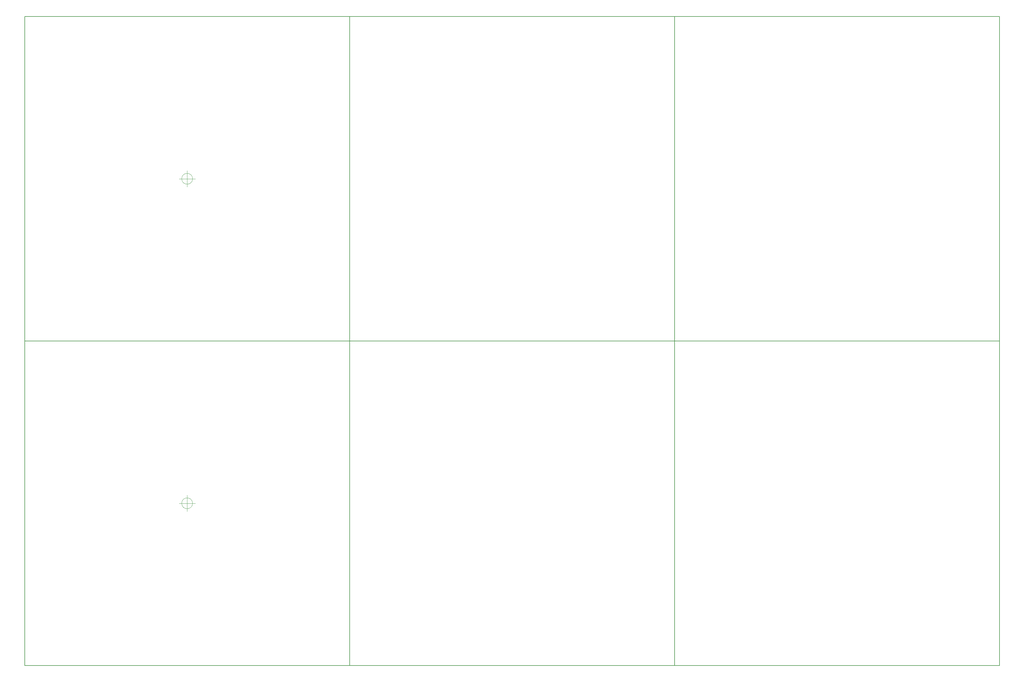
<source format=gbr>
%TF.GenerationSoftware,KiCad,Pcbnew,5.1.6-c6e7f7d~87~ubuntu19.10.1*%
%TF.CreationDate,2020-11-11T17:21:01+01:00*%
%TF.ProjectId,ariadne,61726961-646e-4652-9e6b-696361645f70,rev?*%
%TF.SameCoordinates,Original*%
%TF.FileFunction,Profile,NP*%
%FSLAX46Y46*%
G04 Gerber Fmt 4.6, Leading zero omitted, Abs format (unit mm)*
G04 Created by KiCad (PCBNEW 5.1.6-c6e7f7d~87~ubuntu19.10.1) date 2020-11-11 17:21:01*
%MOMM*%
%LPD*%
G01*
G04 APERTURE LIST*
%TA.AperFunction,Profile*%
%ADD10C,0.150000*%
%TD*%
%TA.AperFunction,Profile*%
%ADD11C,0.050000*%
%TD*%
G04 APERTURE END LIST*
D10*
X126490000Y-129980000D02*
X226490000Y-129980000D01*
X226490000Y-129980000D02*
X326490000Y-129980000D01*
X326490000Y-229980000D02*
X226490000Y-229980000D01*
X326490000Y-129980000D02*
X326490000Y-229980000D01*
X226490000Y-129980000D02*
X226490000Y-229980000D01*
X126490000Y-229980000D02*
X26490000Y-229980000D01*
D11*
X78166666Y-180000000D02*
G75*
G03*
X78166666Y-180000000I-1666666J0D01*
G01*
X74000000Y-180000000D02*
X79000000Y-180000000D01*
X76500000Y-177500000D02*
X76500000Y-182500000D01*
D10*
X26490000Y-129980000D02*
X126490000Y-129980000D01*
X126490000Y-129980000D02*
X126490000Y-229980000D01*
X26490000Y-129980000D02*
X26490000Y-229980000D01*
D11*
X78166666Y-80000000D02*
G75*
G03*
X78166666Y-80000000I-1666666J0D01*
G01*
X74000000Y-80000000D02*
X79000000Y-80000000D01*
X76500000Y-77500000D02*
X76500000Y-82500000D01*
D10*
X126490000Y-129980000D02*
X126490000Y-229980000D01*
X226490000Y-129980000D02*
X226490000Y-229980000D01*
X226490000Y-229980000D02*
X126490000Y-229980000D01*
X326490000Y-29980000D02*
X326490000Y-129980000D01*
X226490000Y-29980000D02*
X226490000Y-129980000D01*
X226490000Y-29980000D02*
X326490000Y-29980000D01*
X326490000Y-129980000D02*
X226490000Y-129980000D01*
X126490000Y-29980000D02*
X126490000Y-129980000D01*
X26490000Y-29980000D02*
X26490000Y-129980000D01*
X26490000Y-29980000D02*
X126490000Y-29980000D01*
X126490000Y-129980000D02*
X26490000Y-129980000D01*
X226490000Y-29980000D02*
X226490000Y-129980000D01*
X226490000Y-129980000D02*
X126490000Y-129980000D01*
X126490000Y-29980000D02*
X126490000Y-129980000D01*
X126490000Y-29980000D02*
X226490000Y-29980000D01*
M02*

</source>
